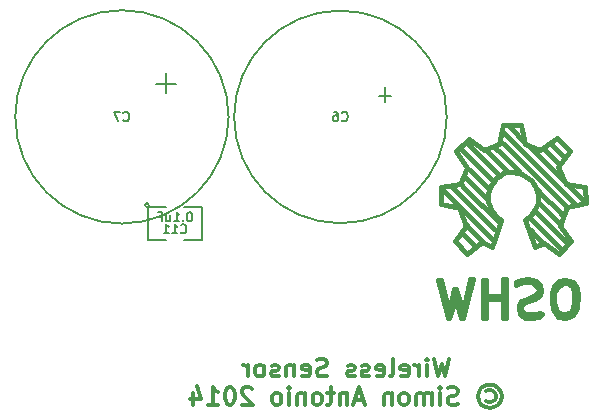
<source format=gbo>
%FSLAX46Y46*%
G04 Gerber Fmt 4.6, Leading zero omitted, Abs format (unit mm)*
G04 Created by KiCad (PCBNEW (2014-08-26 BZR 5101)-product) date 5/11/2014 12:16:11 PM*
%MOMM*%
G01*
G04 APERTURE LIST*
%ADD10C,0.100000*%
%ADD11C,0.300000*%
%ADD12C,0.150000*%
%ADD13C,0.127000*%
%ADD14C,0.381000*%
%ADD15C,0.200000*%
G04 APERTURE END LIST*
D10*
D11*
X156214285Y-75978571D02*
X155857142Y-77478571D01*
X155571428Y-76407143D01*
X155285714Y-77478571D01*
X154928571Y-75978571D01*
X154357142Y-77478571D02*
X154357142Y-76478571D01*
X154357142Y-75978571D02*
X154428571Y-76050000D01*
X154357142Y-76121429D01*
X154285714Y-76050000D01*
X154357142Y-75978571D01*
X154357142Y-76121429D01*
X153642856Y-77478571D02*
X153642856Y-76478571D01*
X153642856Y-76764286D02*
X153571428Y-76621429D01*
X153499999Y-76550000D01*
X153357142Y-76478571D01*
X153214285Y-76478571D01*
X152142857Y-77407143D02*
X152285714Y-77478571D01*
X152571428Y-77478571D01*
X152714285Y-77407143D01*
X152785714Y-77264286D01*
X152785714Y-76692857D01*
X152714285Y-76550000D01*
X152571428Y-76478571D01*
X152285714Y-76478571D01*
X152142857Y-76550000D01*
X152071428Y-76692857D01*
X152071428Y-76835714D01*
X152785714Y-76978571D01*
X151214285Y-77478571D02*
X151357143Y-77407143D01*
X151428571Y-77264286D01*
X151428571Y-75978571D01*
X150071429Y-77407143D02*
X150214286Y-77478571D01*
X150500000Y-77478571D01*
X150642857Y-77407143D01*
X150714286Y-77264286D01*
X150714286Y-76692857D01*
X150642857Y-76550000D01*
X150500000Y-76478571D01*
X150214286Y-76478571D01*
X150071429Y-76550000D01*
X150000000Y-76692857D01*
X150000000Y-76835714D01*
X150714286Y-76978571D01*
X149428572Y-77407143D02*
X149285715Y-77478571D01*
X149000000Y-77478571D01*
X148857143Y-77407143D01*
X148785715Y-77264286D01*
X148785715Y-77192857D01*
X148857143Y-77050000D01*
X149000000Y-76978571D01*
X149214286Y-76978571D01*
X149357143Y-76907143D01*
X149428572Y-76764286D01*
X149428572Y-76692857D01*
X149357143Y-76550000D01*
X149214286Y-76478571D01*
X149000000Y-76478571D01*
X148857143Y-76550000D01*
X148214286Y-77407143D02*
X148071429Y-77478571D01*
X147785714Y-77478571D01*
X147642857Y-77407143D01*
X147571429Y-77264286D01*
X147571429Y-77192857D01*
X147642857Y-77050000D01*
X147785714Y-76978571D01*
X148000000Y-76978571D01*
X148142857Y-76907143D01*
X148214286Y-76764286D01*
X148214286Y-76692857D01*
X148142857Y-76550000D01*
X148000000Y-76478571D01*
X147785714Y-76478571D01*
X147642857Y-76550000D01*
X145857143Y-77407143D02*
X145642857Y-77478571D01*
X145285714Y-77478571D01*
X145142857Y-77407143D01*
X145071428Y-77335714D01*
X145000000Y-77192857D01*
X145000000Y-77050000D01*
X145071428Y-76907143D01*
X145142857Y-76835714D01*
X145285714Y-76764286D01*
X145571428Y-76692857D01*
X145714286Y-76621429D01*
X145785714Y-76550000D01*
X145857143Y-76407143D01*
X145857143Y-76264286D01*
X145785714Y-76121429D01*
X145714286Y-76050000D01*
X145571428Y-75978571D01*
X145214286Y-75978571D01*
X145000000Y-76050000D01*
X143785715Y-77407143D02*
X143928572Y-77478571D01*
X144214286Y-77478571D01*
X144357143Y-77407143D01*
X144428572Y-77264286D01*
X144428572Y-76692857D01*
X144357143Y-76550000D01*
X144214286Y-76478571D01*
X143928572Y-76478571D01*
X143785715Y-76550000D01*
X143714286Y-76692857D01*
X143714286Y-76835714D01*
X144428572Y-76978571D01*
X143071429Y-76478571D02*
X143071429Y-77478571D01*
X143071429Y-76621429D02*
X143000001Y-76550000D01*
X142857143Y-76478571D01*
X142642858Y-76478571D01*
X142500001Y-76550000D01*
X142428572Y-76692857D01*
X142428572Y-77478571D01*
X141785715Y-77407143D02*
X141642858Y-77478571D01*
X141357143Y-77478571D01*
X141214286Y-77407143D01*
X141142858Y-77264286D01*
X141142858Y-77192857D01*
X141214286Y-77050000D01*
X141357143Y-76978571D01*
X141571429Y-76978571D01*
X141714286Y-76907143D01*
X141785715Y-76764286D01*
X141785715Y-76692857D01*
X141714286Y-76550000D01*
X141571429Y-76478571D01*
X141357143Y-76478571D01*
X141214286Y-76550000D01*
X140285714Y-77478571D02*
X140428572Y-77407143D01*
X140500000Y-77335714D01*
X140571429Y-77192857D01*
X140571429Y-76764286D01*
X140500000Y-76621429D01*
X140428572Y-76550000D01*
X140285714Y-76478571D01*
X140071429Y-76478571D01*
X139928572Y-76550000D01*
X139857143Y-76621429D01*
X139785714Y-76764286D01*
X139785714Y-77192857D01*
X139857143Y-77335714D01*
X139928572Y-77407143D01*
X140071429Y-77478571D01*
X140285714Y-77478571D01*
X139142857Y-77478571D02*
X139142857Y-76478571D01*
X139142857Y-76764286D02*
X139071429Y-76621429D01*
X139000000Y-76550000D01*
X138857143Y-76478571D01*
X138714286Y-76478571D01*
X159357142Y-78735714D02*
X159500000Y-78664286D01*
X159785714Y-78664286D01*
X159928571Y-78735714D01*
X160071428Y-78878571D01*
X160142857Y-79021429D01*
X160142857Y-79307143D01*
X160071428Y-79450000D01*
X159928571Y-79592857D01*
X159785714Y-79664286D01*
X159500000Y-79664286D01*
X159357142Y-79592857D01*
X159642857Y-78164286D02*
X160000000Y-78235714D01*
X160357142Y-78450000D01*
X160571428Y-78807143D01*
X160642857Y-79164286D01*
X160571428Y-79521429D01*
X160357142Y-79878571D01*
X160000000Y-80092857D01*
X159642857Y-80164286D01*
X159285714Y-80092857D01*
X158928571Y-79878571D01*
X158714285Y-79521429D01*
X158642857Y-79164286D01*
X158714285Y-78807143D01*
X158928571Y-78450000D01*
X159285714Y-78235714D01*
X159642857Y-78164286D01*
X156928571Y-79807143D02*
X156714285Y-79878571D01*
X156357142Y-79878571D01*
X156214285Y-79807143D01*
X156142856Y-79735714D01*
X156071428Y-79592857D01*
X156071428Y-79450000D01*
X156142856Y-79307143D01*
X156214285Y-79235714D01*
X156357142Y-79164286D01*
X156642856Y-79092857D01*
X156785714Y-79021429D01*
X156857142Y-78950000D01*
X156928571Y-78807143D01*
X156928571Y-78664286D01*
X156857142Y-78521429D01*
X156785714Y-78450000D01*
X156642856Y-78378571D01*
X156285714Y-78378571D01*
X156071428Y-78450000D01*
X155428571Y-79878571D02*
X155428571Y-78878571D01*
X155428571Y-78378571D02*
X155500000Y-78450000D01*
X155428571Y-78521429D01*
X155357143Y-78450000D01*
X155428571Y-78378571D01*
X155428571Y-78521429D01*
X154714285Y-79878571D02*
X154714285Y-78878571D01*
X154714285Y-79021429D02*
X154642857Y-78950000D01*
X154499999Y-78878571D01*
X154285714Y-78878571D01*
X154142857Y-78950000D01*
X154071428Y-79092857D01*
X154071428Y-79878571D01*
X154071428Y-79092857D02*
X153999999Y-78950000D01*
X153857142Y-78878571D01*
X153642857Y-78878571D01*
X153499999Y-78950000D01*
X153428571Y-79092857D01*
X153428571Y-79878571D01*
X152499999Y-79878571D02*
X152642857Y-79807143D01*
X152714285Y-79735714D01*
X152785714Y-79592857D01*
X152785714Y-79164286D01*
X152714285Y-79021429D01*
X152642857Y-78950000D01*
X152499999Y-78878571D01*
X152285714Y-78878571D01*
X152142857Y-78950000D01*
X152071428Y-79021429D01*
X151999999Y-79164286D01*
X151999999Y-79592857D01*
X152071428Y-79735714D01*
X152142857Y-79807143D01*
X152285714Y-79878571D01*
X152499999Y-79878571D01*
X151357142Y-78878571D02*
X151357142Y-79878571D01*
X151357142Y-79021429D02*
X151285714Y-78950000D01*
X151142856Y-78878571D01*
X150928571Y-78878571D01*
X150785714Y-78950000D01*
X150714285Y-79092857D01*
X150714285Y-79878571D01*
X148928571Y-79450000D02*
X148214285Y-79450000D01*
X149071428Y-79878571D02*
X148571428Y-78378571D01*
X148071428Y-79878571D01*
X147571428Y-78878571D02*
X147571428Y-79878571D01*
X147571428Y-79021429D02*
X147500000Y-78950000D01*
X147357142Y-78878571D01*
X147142857Y-78878571D01*
X147000000Y-78950000D01*
X146928571Y-79092857D01*
X146928571Y-79878571D01*
X146428571Y-78878571D02*
X145857142Y-78878571D01*
X146214285Y-78378571D02*
X146214285Y-79664286D01*
X146142857Y-79807143D01*
X145999999Y-79878571D01*
X145857142Y-79878571D01*
X145142856Y-79878571D02*
X145285714Y-79807143D01*
X145357142Y-79735714D01*
X145428571Y-79592857D01*
X145428571Y-79164286D01*
X145357142Y-79021429D01*
X145285714Y-78950000D01*
X145142856Y-78878571D01*
X144928571Y-78878571D01*
X144785714Y-78950000D01*
X144714285Y-79021429D01*
X144642856Y-79164286D01*
X144642856Y-79592857D01*
X144714285Y-79735714D01*
X144785714Y-79807143D01*
X144928571Y-79878571D01*
X145142856Y-79878571D01*
X143999999Y-78878571D02*
X143999999Y-79878571D01*
X143999999Y-79021429D02*
X143928571Y-78950000D01*
X143785713Y-78878571D01*
X143571428Y-78878571D01*
X143428571Y-78950000D01*
X143357142Y-79092857D01*
X143357142Y-79878571D01*
X142642856Y-79878571D02*
X142642856Y-78878571D01*
X142642856Y-78378571D02*
X142714285Y-78450000D01*
X142642856Y-78521429D01*
X142571428Y-78450000D01*
X142642856Y-78378571D01*
X142642856Y-78521429D01*
X141714284Y-79878571D02*
X141857142Y-79807143D01*
X141928570Y-79735714D01*
X141999999Y-79592857D01*
X141999999Y-79164286D01*
X141928570Y-79021429D01*
X141857142Y-78950000D01*
X141714284Y-78878571D01*
X141499999Y-78878571D01*
X141357142Y-78950000D01*
X141285713Y-79021429D01*
X141214284Y-79164286D01*
X141214284Y-79592857D01*
X141285713Y-79735714D01*
X141357142Y-79807143D01*
X141499999Y-79878571D01*
X141714284Y-79878571D01*
X139499999Y-78521429D02*
X139428570Y-78450000D01*
X139285713Y-78378571D01*
X138928570Y-78378571D01*
X138785713Y-78450000D01*
X138714284Y-78521429D01*
X138642856Y-78664286D01*
X138642856Y-78807143D01*
X138714284Y-79021429D01*
X139571427Y-79878571D01*
X138642856Y-79878571D01*
X137714285Y-78378571D02*
X137571428Y-78378571D01*
X137428571Y-78450000D01*
X137357142Y-78521429D01*
X137285713Y-78664286D01*
X137214285Y-78950000D01*
X137214285Y-79307143D01*
X137285713Y-79592857D01*
X137357142Y-79735714D01*
X137428571Y-79807143D01*
X137571428Y-79878571D01*
X137714285Y-79878571D01*
X137857142Y-79807143D01*
X137928571Y-79735714D01*
X137999999Y-79592857D01*
X138071428Y-79307143D01*
X138071428Y-78950000D01*
X137999999Y-78664286D01*
X137928571Y-78521429D01*
X137857142Y-78450000D01*
X137714285Y-78378571D01*
X135785714Y-79878571D02*
X136642857Y-79878571D01*
X136214285Y-79878571D02*
X136214285Y-78378571D01*
X136357142Y-78592857D01*
X136500000Y-78735714D01*
X136642857Y-78807143D01*
X134500000Y-78878571D02*
X134500000Y-79878571D01*
X134857143Y-78307143D02*
X135214286Y-79378571D01*
X134285714Y-79378571D01*
D12*
X151250000Y-53750000D02*
X150250000Y-53750000D01*
X150750000Y-54250000D02*
X150750000Y-53000000D01*
X156000000Y-55500000D02*
G75*
G03X156000000Y-55500000I-9000000J0D01*
G74*
G01*
X131400000Y-52700000D02*
X133100000Y-52700000D01*
X132250000Y-53500000D02*
X132250000Y-51750000D01*
X137531196Y-55500000D02*
G75*
G03X137531196Y-55500000I-9031196J0D01*
G74*
G01*
D13*
X130766605Y-62976000D02*
G75*
G03X130766605Y-62976000I-179605J0D01*
G74*
G01*
X132238000Y-65897000D02*
X130714000Y-65897000D01*
X130714000Y-65897000D02*
X130714000Y-63103000D01*
X130714000Y-63103000D02*
X132238000Y-63103000D01*
X133762000Y-63103000D02*
X135286000Y-63103000D01*
X135286000Y-63103000D02*
X135286000Y-65897000D01*
X135286000Y-65897000D02*
X133762000Y-65897000D01*
D14*
X160999620Y-57000480D02*
X166900040Y-62900900D01*
X166600320Y-61600420D02*
X166099940Y-61100040D01*
X162000380Y-60000220D02*
X162300100Y-60299940D01*
X163999360Y-62999960D02*
X163801240Y-62799300D01*
X165000120Y-58001240D02*
X164799460Y-57800580D01*
X165500500Y-58499080D02*
X165899280Y-58900400D01*
X164499740Y-58499080D02*
X164200020Y-58199360D01*
X163498980Y-58499080D02*
X163001140Y-58001240D01*
X161500000Y-56500100D02*
X161299340Y-56299440D01*
X160999620Y-57000480D02*
X160699900Y-56700760D01*
X160999620Y-58001240D02*
X160499240Y-57500860D01*
X159501020Y-58499080D02*
X159399420Y-58400020D01*
X160499240Y-58499080D02*
X160100460Y-58100300D01*
X157999880Y-58001240D02*
X157700160Y-57698980D01*
X157499500Y-58499080D02*
X157199780Y-58199360D01*
X165500500Y-63500340D02*
X165800220Y-63800060D01*
X163999360Y-61999200D02*
X163699640Y-61699480D01*
X166099940Y-65999700D02*
X166300600Y-66200360D01*
X163999360Y-64000720D02*
X163498980Y-63500340D01*
X165500500Y-66500080D02*
X165701160Y-66700740D01*
X163498980Y-64501100D02*
X163001140Y-64000720D01*
X163498980Y-65499320D02*
X163100200Y-65100540D01*
X157999880Y-61000980D02*
X157499500Y-60500600D01*
X157499500Y-61498820D02*
X157199780Y-61199100D01*
X157999880Y-64998940D02*
X157601100Y-64600160D01*
X156000900Y-61999200D02*
X155599580Y-61600420D01*
X157499500Y-65499320D02*
X158500260Y-66500080D01*
X157999880Y-64998940D02*
X159000640Y-65999700D01*
X156000900Y-61999200D02*
X159998860Y-65999700D01*
X156498740Y-61498820D02*
X159998860Y-64998940D01*
X157499500Y-61498820D02*
X160499240Y-64501100D01*
X163498980Y-65499320D02*
X163999360Y-65999700D01*
X163498980Y-64501100D02*
X165500500Y-66500080D01*
X163999360Y-64000720D02*
X166000880Y-65999700D01*
X163999360Y-62999960D02*
X165500500Y-64501100D01*
X163999360Y-61999200D02*
X165500500Y-63500340D01*
X161500000Y-56500100D02*
X162500760Y-57500860D01*
X165000120Y-58001240D02*
X165500500Y-58499080D01*
X164499740Y-58499080D02*
X165500500Y-59499840D01*
X166501260Y-61498820D02*
X167499480Y-62499580D01*
X163498980Y-58499080D02*
X166000880Y-61000980D01*
X160999620Y-58001240D02*
X166000880Y-62999960D01*
X157999880Y-61000980D02*
X159501020Y-62499580D01*
X157999880Y-60000220D02*
X159501020Y-61498820D01*
X160499240Y-58499080D02*
X162000380Y-60000220D01*
X157499500Y-58499080D02*
X159998860Y-61000980D01*
X157999880Y-58001240D02*
X160499240Y-60500600D01*
X159501020Y-58499080D02*
X160999620Y-60000220D01*
X156699400Y-70299920D02*
X156699400Y-70899360D01*
X158200540Y-69200100D02*
X157400440Y-72499560D01*
X157400440Y-72499560D02*
X157199780Y-72499560D01*
X157199780Y-72499560D02*
X156801000Y-71100020D01*
X156801000Y-71100020D02*
X156699400Y-71100020D01*
X156699400Y-71100020D02*
X156199020Y-72499560D01*
X156199020Y-72499560D02*
X156099960Y-72499560D01*
X156099960Y-72499560D02*
X155299860Y-69299160D01*
X155299860Y-69299160D02*
X155500520Y-69299160D01*
X155500520Y-69299160D02*
X156199020Y-71900120D01*
X156199020Y-71900120D02*
X156600340Y-70099260D01*
X156600340Y-70099260D02*
X156801000Y-70099260D01*
X156801000Y-70099260D02*
X157400440Y-71900120D01*
X157400440Y-71900120D02*
X157999880Y-69200100D01*
X157999880Y-69200100D02*
X158200540Y-69200100D01*
X160900560Y-70701240D02*
X159399420Y-70701240D01*
X159399420Y-70701240D02*
X159399420Y-70899360D01*
X159399420Y-70899360D02*
X160798960Y-70899360D01*
X159300360Y-69299160D02*
X159300360Y-72499560D01*
X159300360Y-72499560D02*
X159099700Y-72499560D01*
X159099700Y-72499560D02*
X159099700Y-69299160D01*
X159099700Y-69299160D02*
X159300360Y-69299160D01*
X160798960Y-69200100D02*
X160900560Y-69200100D01*
X160999620Y-69200100D02*
X160999620Y-72499560D01*
X160999620Y-72499560D02*
X160798960Y-72499560D01*
X160798960Y-72499560D02*
X160798960Y-69200100D01*
X161898780Y-69499820D02*
X162000380Y-69400760D01*
X162000380Y-69400760D02*
X162399160Y-69299160D01*
X162399160Y-69299160D02*
X162899540Y-69200100D01*
X162899540Y-69200100D02*
X163600580Y-69400760D01*
X163600580Y-69400760D02*
X163900300Y-69700480D01*
X163900300Y-69700480D02*
X163999360Y-70200860D01*
X163999360Y-70200860D02*
X163900300Y-70599640D01*
X163900300Y-70599640D02*
X163498980Y-70899360D01*
X163498980Y-70899360D02*
X163001140Y-71100020D01*
X163001140Y-71100020D02*
X162599820Y-71199080D01*
X162599820Y-71199080D02*
X162399160Y-71399740D01*
X162399160Y-71399740D02*
X162300100Y-71699460D01*
X162300100Y-71699460D02*
X162399160Y-71999180D01*
X162399160Y-71999180D02*
X162698880Y-72199840D01*
X162698880Y-72199840D02*
X163100200Y-72199840D01*
X163100200Y-72199840D02*
X163600580Y-72199840D01*
X163600580Y-72199840D02*
X163900300Y-72100780D01*
X163900300Y-72100780D02*
X164100960Y-72199840D01*
X164100960Y-72199840D02*
X163801240Y-72400500D01*
X163801240Y-72400500D02*
X163199260Y-72499560D01*
X163199260Y-72499560D02*
X162599820Y-72499560D01*
X162599820Y-72499560D02*
X162201040Y-72199840D01*
X162201040Y-72199840D02*
X162099440Y-71699460D01*
X162099440Y-71699460D02*
X162099440Y-71399740D01*
X162099440Y-71399740D02*
X162300100Y-71100020D01*
X162300100Y-71100020D02*
X162800480Y-70899360D01*
X162800480Y-70899360D02*
X163300860Y-70701240D01*
X163300860Y-70701240D02*
X163699640Y-70398980D01*
X163699640Y-70398980D02*
X163801240Y-70099260D01*
X163801240Y-70099260D02*
X163600580Y-69799540D01*
X163600580Y-69799540D02*
X163199260Y-69499820D01*
X163199260Y-69499820D02*
X162599820Y-69499820D01*
X162599820Y-69499820D02*
X162201040Y-69598880D01*
X162201040Y-69598880D02*
X161898780Y-69700480D01*
X166000880Y-69598880D02*
X166300600Y-69598880D01*
X166300600Y-69598880D02*
X166699380Y-69901140D01*
X166699380Y-69901140D02*
X166800980Y-70398980D01*
X166800980Y-70398980D02*
X166800980Y-71199080D01*
X166800980Y-71199080D02*
X166699380Y-71699460D01*
X166699380Y-71699460D02*
X166501260Y-71999180D01*
X166501260Y-71999180D02*
X166099940Y-72199840D01*
X166099940Y-72199840D02*
X165701160Y-72199840D01*
X165701160Y-72199840D02*
X165299840Y-71900120D01*
X165299840Y-71900120D02*
X165099180Y-71199080D01*
X165099180Y-71199080D02*
X165099180Y-70398980D01*
X165099180Y-70398980D02*
X165299840Y-70000200D01*
X165299840Y-70000200D02*
X165500500Y-69799540D01*
X165500500Y-69799540D02*
X165899280Y-69598880D01*
X166000880Y-69299160D02*
X166399660Y-69400760D01*
X166399660Y-69400760D02*
X166699380Y-69499820D01*
X166699380Y-69499820D02*
X166999100Y-70000200D01*
X166999100Y-70000200D02*
X167100700Y-70599640D01*
X167100700Y-70599640D02*
X166999100Y-71699460D01*
X166999100Y-71699460D02*
X166699380Y-72298900D01*
X166699380Y-72298900D02*
X166099940Y-72499560D01*
X166099940Y-72499560D02*
X165398900Y-72400500D01*
X165398900Y-72400500D02*
X165000120Y-71801060D01*
X165000120Y-71801060D02*
X164901060Y-71100020D01*
X164901060Y-71100020D02*
X164901060Y-70398980D01*
X164901060Y-70398980D02*
X165099180Y-69799540D01*
X165099180Y-69799540D02*
X165500500Y-69400760D01*
X165500500Y-69400760D02*
X166000880Y-69299160D01*
X162599820Y-64201380D02*
X163100200Y-63800060D01*
X163100200Y-63800060D02*
X163498980Y-63299680D01*
X163498980Y-63299680D02*
X163699640Y-62799300D01*
X163699640Y-62799300D02*
X163699640Y-62100800D01*
X163699640Y-62100800D02*
X163598040Y-61501360D01*
X163598040Y-61501360D02*
X163199260Y-60899380D01*
X163199260Y-60899380D02*
X162399160Y-60299940D01*
X162399160Y-60299940D02*
X161599060Y-60200880D01*
X161599060Y-60200880D02*
X160898020Y-60200880D01*
X160898020Y-60200880D02*
X160199520Y-60701260D01*
X160199520Y-60701260D02*
X159699140Y-61399760D01*
X159699140Y-61399760D02*
X159498480Y-61999200D01*
X159498480Y-61999200D02*
X159498480Y-62700240D01*
X159498480Y-62700240D02*
X159798200Y-63500340D01*
X159798200Y-63500340D02*
X160298580Y-64000720D01*
X160298580Y-64000720D02*
X160598300Y-64201380D01*
X160598300Y-64300440D02*
X159849000Y-66550880D01*
X159849000Y-66550880D02*
X158998100Y-66101300D01*
X158998100Y-66101300D02*
X157700160Y-67099520D01*
X157700160Y-67099520D02*
X156699400Y-65999700D01*
X156699400Y-65999700D02*
X157598560Y-64699220D01*
X157598560Y-64699220D02*
X157098180Y-63401280D01*
X157098180Y-63401280D02*
X157098180Y-63200620D01*
X157098180Y-63200620D02*
X155497980Y-62900900D01*
X155497980Y-62900900D02*
X155497980Y-61399760D01*
X155497980Y-61399760D02*
X157098180Y-61201640D01*
X157098180Y-61201640D02*
X157700160Y-59799560D01*
X157700160Y-59799560D02*
X156798460Y-58400020D01*
X156798460Y-58400020D02*
X157898280Y-57399260D01*
X157898280Y-57399260D02*
X159198760Y-58300960D01*
X159198760Y-58300960D02*
X160400180Y-57800580D01*
X160400180Y-57800580D02*
X160798960Y-56200380D01*
X160798960Y-56200380D02*
X162300100Y-56200380D01*
X162300100Y-56200380D02*
X162599820Y-57800580D01*
X162599820Y-57800580D02*
X163900300Y-58300960D01*
X163900300Y-58300960D02*
X165299840Y-57300200D01*
X165299840Y-57300200D02*
X166399660Y-58400020D01*
X166399660Y-58400020D02*
X165398900Y-59700500D01*
X165398900Y-59700500D02*
X166099940Y-61201640D01*
X166099940Y-61201640D02*
X167700140Y-61399760D01*
X167700140Y-61399760D02*
X167799200Y-62799300D01*
X167799200Y-62799300D02*
X166199000Y-63101560D01*
X166199000Y-63101560D02*
X165599560Y-64699220D01*
X165599560Y-64699220D02*
X166498720Y-65999700D01*
X166498720Y-65999700D02*
X165497960Y-67099520D01*
X165497960Y-67099520D02*
X164200020Y-66200360D01*
X164200020Y-66200360D02*
X163498980Y-66500080D01*
X163498980Y-66500080D02*
X162599820Y-64201380D01*
D15*
X147133333Y-55785714D02*
X147171428Y-55823810D01*
X147285714Y-55861905D01*
X147361904Y-55861905D01*
X147476190Y-55823810D01*
X147552381Y-55747619D01*
X147590476Y-55671429D01*
X147628571Y-55519048D01*
X147628571Y-55404762D01*
X147590476Y-55252381D01*
X147552381Y-55176190D01*
X147476190Y-55100000D01*
X147361904Y-55061905D01*
X147285714Y-55061905D01*
X147171428Y-55100000D01*
X147133333Y-55138095D01*
X146447619Y-55061905D02*
X146600000Y-55061905D01*
X146676190Y-55100000D01*
X146714285Y-55138095D01*
X146790476Y-55252381D01*
X146828571Y-55404762D01*
X146828571Y-55709524D01*
X146790476Y-55785714D01*
X146752381Y-55823810D01*
X146676190Y-55861905D01*
X146523809Y-55861905D01*
X146447619Y-55823810D01*
X146409523Y-55785714D01*
X146371428Y-55709524D01*
X146371428Y-55519048D01*
X146409523Y-55442857D01*
X146447619Y-55404762D01*
X146523809Y-55366667D01*
X146676190Y-55366667D01*
X146752381Y-55404762D01*
X146790476Y-55442857D01*
X146828571Y-55519048D01*
X128633333Y-55785714D02*
X128671428Y-55823810D01*
X128785714Y-55861905D01*
X128861904Y-55861905D01*
X128976190Y-55823810D01*
X129052381Y-55747619D01*
X129090476Y-55671429D01*
X129128571Y-55519048D01*
X129128571Y-55404762D01*
X129090476Y-55252381D01*
X129052381Y-55176190D01*
X128976190Y-55100000D01*
X128861904Y-55061905D01*
X128785714Y-55061905D01*
X128671428Y-55100000D01*
X128633333Y-55138095D01*
X128366666Y-55061905D02*
X127833333Y-55061905D01*
X128176190Y-55861905D01*
D13*
X133489857Y-65280143D02*
X133526143Y-65316429D01*
X133635000Y-65352714D01*
X133707571Y-65352714D01*
X133816428Y-65316429D01*
X133889000Y-65243857D01*
X133925285Y-65171286D01*
X133961571Y-65026143D01*
X133961571Y-64917286D01*
X133925285Y-64772143D01*
X133889000Y-64699571D01*
X133816428Y-64627000D01*
X133707571Y-64590714D01*
X133635000Y-64590714D01*
X133526143Y-64627000D01*
X133489857Y-64663286D01*
X132764143Y-65352714D02*
X133199571Y-65352714D01*
X132981857Y-65352714D02*
X132981857Y-64590714D01*
X133054428Y-64699571D01*
X133127000Y-64772143D01*
X133199571Y-64808429D01*
X132038429Y-65352714D02*
X132473857Y-65352714D01*
X132256143Y-65352714D02*
X132256143Y-64590714D01*
X132328714Y-64699571D01*
X132401286Y-64772143D01*
X132473857Y-64808429D01*
X134251857Y-63574714D02*
X134179285Y-63574714D01*
X134106714Y-63611000D01*
X134070428Y-63647286D01*
X134034142Y-63719857D01*
X133997857Y-63865000D01*
X133997857Y-64046429D01*
X134034142Y-64191571D01*
X134070428Y-64264143D01*
X134106714Y-64300429D01*
X134179285Y-64336714D01*
X134251857Y-64336714D01*
X134324428Y-64300429D01*
X134360714Y-64264143D01*
X134396999Y-64191571D01*
X134433285Y-64046429D01*
X134433285Y-63865000D01*
X134396999Y-63719857D01*
X134360714Y-63647286D01*
X134324428Y-63611000D01*
X134251857Y-63574714D01*
X133671285Y-64264143D02*
X133635000Y-64300429D01*
X133671285Y-64336714D01*
X133707571Y-64300429D01*
X133671285Y-64264143D01*
X133671285Y-64336714D01*
X132909286Y-64336714D02*
X133344714Y-64336714D01*
X133127000Y-64336714D02*
X133127000Y-63574714D01*
X133199571Y-63683571D01*
X133272143Y-63756143D01*
X133344714Y-63792429D01*
X132256143Y-63828714D02*
X132256143Y-64336714D01*
X132582714Y-63828714D02*
X132582714Y-64227857D01*
X132546429Y-64300429D01*
X132473857Y-64336714D01*
X132365000Y-64336714D01*
X132292429Y-64300429D01*
X132256143Y-64264143D01*
X131639285Y-63937571D02*
X131893285Y-63937571D01*
X131893285Y-64336714D02*
X131893285Y-63574714D01*
X131530428Y-63574714D01*
M02*

</source>
